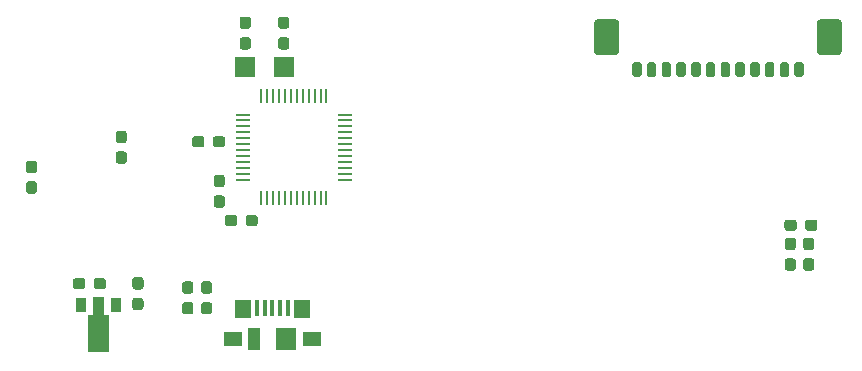
<source format=gbp>
%TF.GenerationSoftware,KiCad,Pcbnew,5.99.0-unknown-57e35c9~88~ubuntu19.10.1*%
%TF.CreationDate,2021-08-07T12:38:00-04:00*%
%TF.ProjectId,FOD,464f442e-6b69-4636-9164-5f7063625858,rev?*%
%TF.SameCoordinates,Original*%
%TF.FileFunction,Paste,Bot*%
%TF.FilePolarity,Positive*%
%FSLAX46Y46*%
G04 Gerber Fmt 4.6, Leading zero omitted, Abs format (unit mm)*
G04 Created by KiCad (PCBNEW 5.99.0-unknown-57e35c9~88~ubuntu19.10.1) date 2021-08-07 12:38:00*
%MOMM*%
%LPD*%
G01*
G04 APERTURE LIST*
%ADD10R,1.300000X0.250000*%
%ADD11R,0.250000X1.300000*%
%ADD12R,1.750000X1.800000*%
%ADD13R,0.900000X1.300000*%
%ADD14R,1.000000X1.900000*%
%ADD15R,1.800000X1.900000*%
%ADD16R,1.650000X1.300000*%
%ADD17R,1.425000X1.550000*%
%ADD18R,0.450000X1.380000*%
G04 APERTURE END LIST*
%TO.C,J2*%
G36*
G01*
X172350000Y-51700100D02*
X172350000Y-49199900D01*
G75*
G02*
X172599900Y-48950000I249900J0D01*
G01*
X174200100Y-48950000D01*
G75*
G02*
X174450000Y-49199900I0J-249900D01*
G01*
X174450000Y-51700100D01*
G75*
G02*
X174200100Y-51950000I-249900J0D01*
G01*
X172599900Y-51950000D01*
G75*
G02*
X172350000Y-51700100I0J249900D01*
G01*
G37*
G36*
G01*
X153500000Y-51700100D02*
X153500000Y-49199900D01*
G75*
G02*
X153749900Y-48950000I249900J0D01*
G01*
X155350100Y-48950000D01*
G75*
G02*
X155600000Y-49199900I0J-249900D01*
G01*
X155600000Y-51700100D01*
G75*
G02*
X155350100Y-51950000I-249900J0D01*
G01*
X153749900Y-51950000D01*
G75*
G02*
X153500000Y-51700100I0J249900D01*
G01*
G37*
G36*
G01*
X170450000Y-53650000D02*
X170450000Y-52750000D01*
G75*
G02*
X170650000Y-52550000I200000J0D01*
G01*
X171050000Y-52550000D01*
G75*
G02*
X171250000Y-52750000I0J-200000D01*
G01*
X171250000Y-53650000D01*
G75*
G02*
X171050000Y-53850000I-200000J0D01*
G01*
X170650000Y-53850000D01*
G75*
G02*
X170450000Y-53650000I0J200000D01*
G01*
G37*
G36*
G01*
X169200000Y-53650000D02*
X169200000Y-52750000D01*
G75*
G02*
X169400000Y-52550000I200000J0D01*
G01*
X169800000Y-52550000D01*
G75*
G02*
X170000000Y-52750000I0J-200000D01*
G01*
X170000000Y-53650000D01*
G75*
G02*
X169800000Y-53850000I-200000J0D01*
G01*
X169400000Y-53850000D01*
G75*
G02*
X169200000Y-53650000I0J200000D01*
G01*
G37*
G36*
G01*
X167950000Y-53650000D02*
X167950000Y-52750000D01*
G75*
G02*
X168150000Y-52550000I200000J0D01*
G01*
X168550000Y-52550000D01*
G75*
G02*
X168750000Y-52750000I0J-200000D01*
G01*
X168750000Y-53650000D01*
G75*
G02*
X168550000Y-53850000I-200000J0D01*
G01*
X168150000Y-53850000D01*
G75*
G02*
X167950000Y-53650000I0J200000D01*
G01*
G37*
G36*
G01*
X166700000Y-53650000D02*
X166700000Y-52750000D01*
G75*
G02*
X166900000Y-52550000I200000J0D01*
G01*
X167300000Y-52550000D01*
G75*
G02*
X167500000Y-52750000I0J-200000D01*
G01*
X167500000Y-53650000D01*
G75*
G02*
X167300000Y-53850000I-200000J0D01*
G01*
X166900000Y-53850000D01*
G75*
G02*
X166700000Y-53650000I0J200000D01*
G01*
G37*
G36*
G01*
X165450000Y-53650000D02*
X165450000Y-52750000D01*
G75*
G02*
X165650000Y-52550000I200000J0D01*
G01*
X166050000Y-52550000D01*
G75*
G02*
X166250000Y-52750000I0J-200000D01*
G01*
X166250000Y-53650000D01*
G75*
G02*
X166050000Y-53850000I-200000J0D01*
G01*
X165650000Y-53850000D01*
G75*
G02*
X165450000Y-53650000I0J200000D01*
G01*
G37*
G36*
G01*
X164200000Y-53650000D02*
X164200000Y-52750000D01*
G75*
G02*
X164400000Y-52550000I200000J0D01*
G01*
X164800000Y-52550000D01*
G75*
G02*
X165000000Y-52750000I0J-200000D01*
G01*
X165000000Y-53650000D01*
G75*
G02*
X164800000Y-53850000I-200000J0D01*
G01*
X164400000Y-53850000D01*
G75*
G02*
X164200000Y-53650000I0J200000D01*
G01*
G37*
G36*
G01*
X162950000Y-53650000D02*
X162950000Y-52750000D01*
G75*
G02*
X163150000Y-52550000I200000J0D01*
G01*
X163550000Y-52550000D01*
G75*
G02*
X163750000Y-52750000I0J-200000D01*
G01*
X163750000Y-53650000D01*
G75*
G02*
X163550000Y-53850000I-200000J0D01*
G01*
X163150000Y-53850000D01*
G75*
G02*
X162950000Y-53650000I0J200000D01*
G01*
G37*
G36*
G01*
X161700000Y-53650000D02*
X161700000Y-52750000D01*
G75*
G02*
X161900000Y-52550000I200000J0D01*
G01*
X162300000Y-52550000D01*
G75*
G02*
X162500000Y-52750000I0J-200000D01*
G01*
X162500000Y-53650000D01*
G75*
G02*
X162300000Y-53850000I-200000J0D01*
G01*
X161900000Y-53850000D01*
G75*
G02*
X161700000Y-53650000I0J200000D01*
G01*
G37*
G36*
G01*
X160450000Y-53650000D02*
X160450000Y-52750000D01*
G75*
G02*
X160650000Y-52550000I200000J0D01*
G01*
X161050000Y-52550000D01*
G75*
G02*
X161250000Y-52750000I0J-200000D01*
G01*
X161250000Y-53650000D01*
G75*
G02*
X161050000Y-53850000I-200000J0D01*
G01*
X160650000Y-53850000D01*
G75*
G02*
X160450000Y-53650000I0J200000D01*
G01*
G37*
G36*
G01*
X159200000Y-53650000D02*
X159200000Y-52750000D01*
G75*
G02*
X159400000Y-52550000I200000J0D01*
G01*
X159800000Y-52550000D01*
G75*
G02*
X160000000Y-52750000I0J-200000D01*
G01*
X160000000Y-53650000D01*
G75*
G02*
X159800000Y-53850000I-200000J0D01*
G01*
X159400000Y-53850000D01*
G75*
G02*
X159200000Y-53650000I0J200000D01*
G01*
G37*
G36*
G01*
X157950000Y-53650000D02*
X157950000Y-52750000D01*
G75*
G02*
X158150000Y-52550000I200000J0D01*
G01*
X158550000Y-52550000D01*
G75*
G02*
X158750000Y-52750000I0J-200000D01*
G01*
X158750000Y-53650000D01*
G75*
G02*
X158550000Y-53850000I-200000J0D01*
G01*
X158150000Y-53850000D01*
G75*
G02*
X157950000Y-53650000I0J200000D01*
G01*
G37*
G36*
G01*
X156700000Y-53650000D02*
X156700000Y-52750000D01*
G75*
G02*
X156900000Y-52550000I200000J0D01*
G01*
X157300000Y-52550000D01*
G75*
G02*
X157500000Y-52750000I0J-200000D01*
G01*
X157500000Y-53650000D01*
G75*
G02*
X157300000Y-53850000I-200000J0D01*
G01*
X156900000Y-53850000D01*
G75*
G02*
X156700000Y-53650000I0J200000D01*
G01*
G37*
%TD*%
D10*
%TO.C,U1*%
X123725000Y-57000000D03*
X123725000Y-57500000D03*
X123725000Y-58000000D03*
X123725000Y-58500000D03*
X123725000Y-59000000D03*
X123725000Y-59500000D03*
X123725000Y-60000000D03*
X123725000Y-60500000D03*
X123725000Y-61000000D03*
X123725000Y-61500000D03*
X123725000Y-62000000D03*
X123725000Y-62500000D03*
D11*
X125325000Y-64100000D03*
X125825000Y-64100000D03*
X126325000Y-64100000D03*
X126825000Y-64100000D03*
X127325000Y-64100000D03*
X127825000Y-64100000D03*
X128325000Y-64100000D03*
X128825000Y-64100000D03*
X129325000Y-64100000D03*
X129825000Y-64100000D03*
X130325000Y-64100000D03*
X130825000Y-64100000D03*
D10*
X132425000Y-62500000D03*
X132425000Y-62000000D03*
X132425000Y-61500000D03*
X132425000Y-61000000D03*
X132425000Y-60500000D03*
X132425000Y-60000000D03*
X132425000Y-59500000D03*
X132425000Y-59000000D03*
X132425000Y-58500000D03*
X132425000Y-58000000D03*
X132425000Y-57500000D03*
X132425000Y-57000000D03*
D11*
X130825000Y-55400000D03*
X130325000Y-55400000D03*
X129825000Y-55400000D03*
X129325000Y-55400000D03*
X128825000Y-55400000D03*
X128325000Y-55400000D03*
X127825000Y-55400000D03*
X127325000Y-55400000D03*
X126825000Y-55400000D03*
X126325000Y-55400000D03*
X125825000Y-55400000D03*
X125325000Y-55400000D03*
%TD*%
%TO.C,R7*%
G36*
G01*
X171350000Y-66612500D02*
X171350000Y-66137500D01*
G75*
G02*
X171587500Y-65900000I237500J0D01*
G01*
X172162500Y-65900000D01*
G75*
G02*
X172400000Y-66137500I0J-237500D01*
G01*
X172400000Y-66612500D01*
G75*
G02*
X172162500Y-66850000I-237500J0D01*
G01*
X171587500Y-66850000D01*
G75*
G02*
X171350000Y-66612500I0J237500D01*
G01*
G37*
G36*
G01*
X169600000Y-66612500D02*
X169600000Y-66137500D01*
G75*
G02*
X169837500Y-65900000I237500J0D01*
G01*
X170412500Y-65900000D01*
G75*
G02*
X170650000Y-66137500I0J-237500D01*
G01*
X170650000Y-66612500D01*
G75*
G02*
X170412500Y-66850000I-237500J0D01*
G01*
X169837500Y-66850000D01*
G75*
G02*
X169600000Y-66612500I0J237500D01*
G01*
G37*
%TD*%
D12*
%TO.C,Y1*%
X127200000Y-53000000D03*
X123950000Y-53000000D03*
%TD*%
%TO.C,U2*%
G36*
X110646000Y-77062500D02*
G01*
X110646000Y-73937499D01*
X111062500Y-73937499D01*
X111062501Y-72462500D01*
X111962500Y-72462501D01*
X111962499Y-73937500D01*
X112378999Y-73937500D01*
X112378999Y-77062500D01*
X110646000Y-77062500D01*
G37*
D13*
X113012500Y-73112500D03*
X110012500Y-73112500D03*
%TD*%
%TO.C,R4*%
G36*
G01*
X121512500Y-63850000D02*
X121987500Y-63850000D01*
G75*
G02*
X122225000Y-64087500I0J-237500D01*
G01*
X122225000Y-64662500D01*
G75*
G02*
X121987500Y-64900000I-237500J0D01*
G01*
X121512500Y-64900000D01*
G75*
G02*
X121275000Y-64662500I0J237500D01*
G01*
X121275000Y-64087500D01*
G75*
G02*
X121512500Y-63850000I237500J0D01*
G01*
G37*
G36*
G01*
X121512500Y-62100000D02*
X121987500Y-62100000D01*
G75*
G02*
X122225000Y-62337500I0J-237500D01*
G01*
X122225000Y-62912500D01*
G75*
G02*
X121987500Y-63150000I-237500J0D01*
G01*
X121512500Y-63150000D01*
G75*
G02*
X121275000Y-62912500I0J237500D01*
G01*
X121275000Y-62337500D01*
G75*
G02*
X121512500Y-62100000I237500J0D01*
G01*
G37*
%TD*%
%TO.C,R3*%
G36*
G01*
X120912500Y-72175000D02*
X120437500Y-72175000D01*
G75*
G02*
X120200000Y-71937500I0J237500D01*
G01*
X120200000Y-71362500D01*
G75*
G02*
X120437500Y-71125000I237500J0D01*
G01*
X120912500Y-71125000D01*
G75*
G02*
X121150000Y-71362500I0J-237500D01*
G01*
X121150000Y-71937500D01*
G75*
G02*
X120912500Y-72175000I-237500J0D01*
G01*
G37*
G36*
G01*
X120912500Y-73925000D02*
X120437500Y-73925000D01*
G75*
G02*
X120200000Y-73687500I0J237500D01*
G01*
X120200000Y-73112500D01*
G75*
G02*
X120437500Y-72875000I237500J0D01*
G01*
X120912500Y-72875000D01*
G75*
G02*
X121150000Y-73112500I0J-237500D01*
G01*
X121150000Y-73687500D01*
G75*
G02*
X120912500Y-73925000I-237500J0D01*
G01*
G37*
%TD*%
%TO.C,R1*%
G36*
G01*
X105612500Y-62649999D02*
X106087500Y-62649999D01*
G75*
G02*
X106325000Y-62887499I0J-237500D01*
G01*
X106325000Y-63462499D01*
G75*
G02*
X106087500Y-63699999I-237500J0D01*
G01*
X105612500Y-63699999D01*
G75*
G02*
X105375000Y-63462499I0J237500D01*
G01*
X105375000Y-62887499D01*
G75*
G02*
X105612500Y-62649999I237500J0D01*
G01*
G37*
G36*
G01*
X105612500Y-60899999D02*
X106087500Y-60899999D01*
G75*
G02*
X106325000Y-61137499I0J-237500D01*
G01*
X106325000Y-61712499D01*
G75*
G02*
X106087500Y-61949999I-237500J0D01*
G01*
X105612500Y-61949999D01*
G75*
G02*
X105375000Y-61712499I0J237500D01*
G01*
X105375000Y-61137499D01*
G75*
G02*
X105612500Y-60899999I237500J0D01*
G01*
G37*
%TD*%
D14*
%TO.C,J1*%
X124700000Y-76000000D03*
D15*
X127400000Y-76000000D03*
D16*
X122875000Y-76000000D03*
X129625000Y-76000000D03*
D17*
X123762500Y-73425000D03*
X128737500Y-73425000D03*
D18*
X124950000Y-73340000D03*
X125600000Y-73340000D03*
X126250000Y-73340000D03*
X126900000Y-73340000D03*
X127550000Y-73340000D03*
%TD*%
%TO.C,Ct2*%
G36*
G01*
X171887500Y-68475000D02*
X171412500Y-68475000D01*
G75*
G02*
X171175000Y-68237500I0J237500D01*
G01*
X171175000Y-67662500D01*
G75*
G02*
X171412500Y-67425000I237500J0D01*
G01*
X171887500Y-67425000D01*
G75*
G02*
X172125000Y-67662500I0J-237500D01*
G01*
X172125000Y-68237500D01*
G75*
G02*
X171887500Y-68475000I-237500J0D01*
G01*
G37*
G36*
G01*
X171887500Y-70225000D02*
X171412500Y-70225000D01*
G75*
G02*
X171175000Y-69987500I0J237500D01*
G01*
X171175000Y-69412500D01*
G75*
G02*
X171412500Y-69175000I237500J0D01*
G01*
X171887500Y-69175000D01*
G75*
G02*
X172125000Y-69412500I0J-237500D01*
G01*
X172125000Y-69987500D01*
G75*
G02*
X171887500Y-70225000I-237500J0D01*
G01*
G37*
%TD*%
%TO.C,Ct1*%
G36*
G01*
X170337500Y-68475000D02*
X169862500Y-68475000D01*
G75*
G02*
X169625000Y-68237500I0J237500D01*
G01*
X169625000Y-67662500D01*
G75*
G02*
X169862500Y-67425000I237500J0D01*
G01*
X170337500Y-67425000D01*
G75*
G02*
X170575000Y-67662500I0J-237500D01*
G01*
X170575000Y-68237500D01*
G75*
G02*
X170337500Y-68475000I-237500J0D01*
G01*
G37*
G36*
G01*
X170337500Y-70225000D02*
X169862500Y-70225000D01*
G75*
G02*
X169625000Y-69987500I0J237500D01*
G01*
X169625000Y-69412500D01*
G75*
G02*
X169862500Y-69175000I237500J0D01*
G01*
X170337500Y-69175000D01*
G75*
G02*
X170575000Y-69412500I0J-237500D01*
G01*
X170575000Y-69987500D01*
G75*
G02*
X170337500Y-70225000I-237500J0D01*
G01*
G37*
%TD*%
%TO.C,Cr2*%
G36*
G01*
X115100000Y-71812500D02*
X114625000Y-71812500D01*
G75*
G02*
X114387500Y-71575000I0J237500D01*
G01*
X114387500Y-71000000D01*
G75*
G02*
X114625000Y-70762500I237500J0D01*
G01*
X115100000Y-70762500D01*
G75*
G02*
X115337500Y-71000000I0J-237500D01*
G01*
X115337500Y-71575000D01*
G75*
G02*
X115100000Y-71812500I-237500J0D01*
G01*
G37*
G36*
G01*
X115100000Y-73562500D02*
X114625000Y-73562500D01*
G75*
G02*
X114387500Y-73325000I0J237500D01*
G01*
X114387500Y-72750000D01*
G75*
G02*
X114625000Y-72512500I237500J0D01*
G01*
X115100000Y-72512500D01*
G75*
G02*
X115337500Y-72750000I0J-237500D01*
G01*
X115337500Y-73325000D01*
G75*
G02*
X115100000Y-73562500I-237500J0D01*
G01*
G37*
%TD*%
%TO.C,Cr1*%
G36*
G01*
X110412500Y-71075000D02*
X110412500Y-71550000D01*
G75*
G02*
X110175000Y-71787500I-237500J0D01*
G01*
X109600000Y-71787500D01*
G75*
G02*
X109362500Y-71550000I0J237500D01*
G01*
X109362500Y-71075000D01*
G75*
G02*
X109600000Y-70837500I237500J0D01*
G01*
X110175000Y-70837500D01*
G75*
G02*
X110412500Y-71075000I0J-237500D01*
G01*
G37*
G36*
G01*
X112162500Y-71075000D02*
X112162500Y-71550000D01*
G75*
G02*
X111925000Y-71787500I-237500J0D01*
G01*
X111350000Y-71787500D01*
G75*
G02*
X111112500Y-71550000I0J237500D01*
G01*
X111112500Y-71075000D01*
G75*
G02*
X111350000Y-70837500I237500J0D01*
G01*
X111925000Y-70837500D01*
G75*
G02*
X112162500Y-71075000I0J-237500D01*
G01*
G37*
%TD*%
%TO.C,Cc2*%
G36*
G01*
X127437500Y-49750000D02*
X126962500Y-49750000D01*
G75*
G02*
X126725000Y-49512500I0J237500D01*
G01*
X126725000Y-48937500D01*
G75*
G02*
X126962500Y-48700000I237500J0D01*
G01*
X127437500Y-48700000D01*
G75*
G02*
X127675000Y-48937500I0J-237500D01*
G01*
X127675000Y-49512500D01*
G75*
G02*
X127437500Y-49750000I-237500J0D01*
G01*
G37*
G36*
G01*
X127437500Y-51500000D02*
X126962500Y-51500000D01*
G75*
G02*
X126725000Y-51262500I0J237500D01*
G01*
X126725000Y-50687500D01*
G75*
G02*
X126962500Y-50450000I237500J0D01*
G01*
X127437500Y-50450000D01*
G75*
G02*
X127675000Y-50687500I0J-237500D01*
G01*
X127675000Y-51262500D01*
G75*
G02*
X127437500Y-51500000I-237500J0D01*
G01*
G37*
%TD*%
%TO.C,Cc1*%
G36*
G01*
X124187500Y-49750000D02*
X123712500Y-49750000D01*
G75*
G02*
X123475000Y-49512500I0J237500D01*
G01*
X123475000Y-48937500D01*
G75*
G02*
X123712500Y-48700000I237500J0D01*
G01*
X124187500Y-48700000D01*
G75*
G02*
X124425000Y-48937500I0J-237500D01*
G01*
X124425000Y-49512500D01*
G75*
G02*
X124187500Y-49750000I-237500J0D01*
G01*
G37*
G36*
G01*
X124187500Y-51500000D02*
X123712500Y-51500000D01*
G75*
G02*
X123475000Y-51262500I0J237500D01*
G01*
X123475000Y-50687500D01*
G75*
G02*
X123712500Y-50450000I237500J0D01*
G01*
X124187500Y-50450000D01*
G75*
G02*
X124425000Y-50687500I0J-237500D01*
G01*
X124425000Y-51262500D01*
G75*
G02*
X124187500Y-51500000I-237500J0D01*
G01*
G37*
%TD*%
%TO.C,C7*%
G36*
G01*
X113212500Y-60125000D02*
X113687500Y-60125000D01*
G75*
G02*
X113925000Y-60362500I0J-237500D01*
G01*
X113925000Y-60937500D01*
G75*
G02*
X113687500Y-61175000I-237500J0D01*
G01*
X113212500Y-61175000D01*
G75*
G02*
X112975000Y-60937500I0J237500D01*
G01*
X112975000Y-60362500D01*
G75*
G02*
X113212500Y-60125000I237500J0D01*
G01*
G37*
G36*
G01*
X113212500Y-58375000D02*
X113687500Y-58375000D01*
G75*
G02*
X113925000Y-58612500I0J-237500D01*
G01*
X113925000Y-59187500D01*
G75*
G02*
X113687500Y-59425000I-237500J0D01*
G01*
X113212500Y-59425000D01*
G75*
G02*
X112975000Y-59187500I0J237500D01*
G01*
X112975000Y-58612500D01*
G75*
G02*
X113212500Y-58375000I237500J0D01*
G01*
G37*
%TD*%
%TO.C,C6*%
G36*
G01*
X119312500Y-72175000D02*
X118837500Y-72175000D01*
G75*
G02*
X118600000Y-71937500I0J237500D01*
G01*
X118600000Y-71362500D01*
G75*
G02*
X118837500Y-71125000I237500J0D01*
G01*
X119312500Y-71125000D01*
G75*
G02*
X119550000Y-71362500I0J-237500D01*
G01*
X119550000Y-71937500D01*
G75*
G02*
X119312500Y-72175000I-237500J0D01*
G01*
G37*
G36*
G01*
X119312500Y-73925000D02*
X118837500Y-73925000D01*
G75*
G02*
X118600000Y-73687500I0J237500D01*
G01*
X118600000Y-73112500D01*
G75*
G02*
X118837500Y-72875000I237500J0D01*
G01*
X119312500Y-72875000D01*
G75*
G02*
X119550000Y-73112500I0J-237500D01*
G01*
X119550000Y-73687500D01*
G75*
G02*
X119312500Y-73925000I-237500J0D01*
G01*
G37*
%TD*%
%TO.C,C5*%
G36*
G01*
X123975000Y-66212500D02*
X123975000Y-65737500D01*
G75*
G02*
X124212500Y-65500000I237500J0D01*
G01*
X124787500Y-65500000D01*
G75*
G02*
X125025000Y-65737500I0J-237500D01*
G01*
X125025000Y-66212500D01*
G75*
G02*
X124787500Y-66450000I-237500J0D01*
G01*
X124212500Y-66450000D01*
G75*
G02*
X123975000Y-66212500I0J237500D01*
G01*
G37*
G36*
G01*
X122225000Y-66212500D02*
X122225000Y-65737500D01*
G75*
G02*
X122462500Y-65500000I237500J0D01*
G01*
X123037500Y-65500000D01*
G75*
G02*
X123275000Y-65737500I0J-237500D01*
G01*
X123275000Y-66212500D01*
G75*
G02*
X123037500Y-66450000I-237500J0D01*
G01*
X122462500Y-66450000D01*
G75*
G02*
X122225000Y-66212500I0J237500D01*
G01*
G37*
%TD*%
%TO.C,C4*%
G36*
G01*
X120500000Y-59062500D02*
X120500000Y-59537500D01*
G75*
G02*
X120262500Y-59775000I-237500J0D01*
G01*
X119687500Y-59775000D01*
G75*
G02*
X119450000Y-59537500I0J237500D01*
G01*
X119450000Y-59062500D01*
G75*
G02*
X119687500Y-58825000I237500J0D01*
G01*
X120262500Y-58825000D01*
G75*
G02*
X120500000Y-59062500I0J-237500D01*
G01*
G37*
G36*
G01*
X122250000Y-59062500D02*
X122250000Y-59537500D01*
G75*
G02*
X122012500Y-59775000I-237500J0D01*
G01*
X121437500Y-59775000D01*
G75*
G02*
X121200000Y-59537500I0J237500D01*
G01*
X121200000Y-59062500D01*
G75*
G02*
X121437500Y-58825000I237500J0D01*
G01*
X122012500Y-58825000D01*
G75*
G02*
X122250000Y-59062500I0J-237500D01*
G01*
G37*
%TD*%
M02*

</source>
